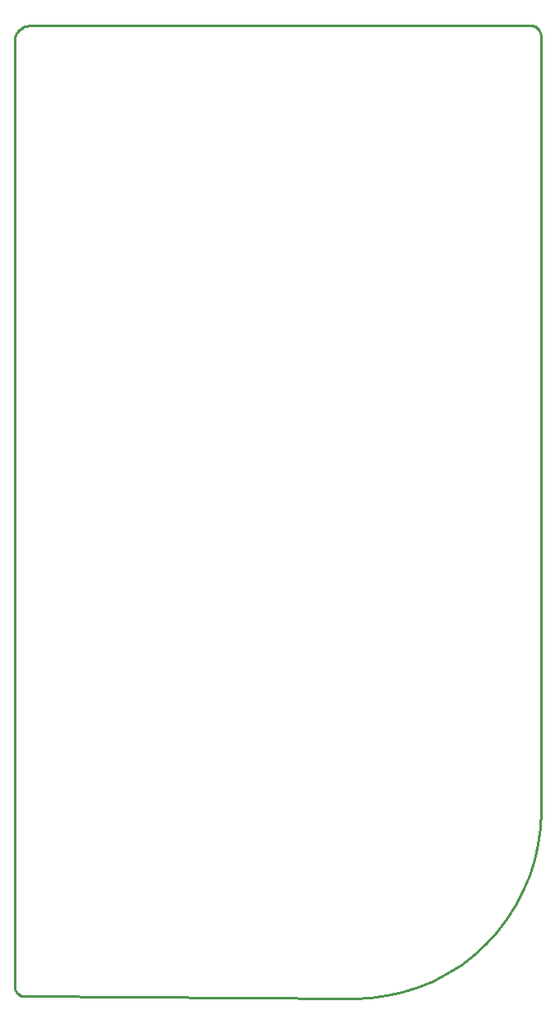
<source format=gbr>
G04 EAGLE Gerber RS-274X export*
G75*
%MOMM*%
%FSLAX34Y34*%
%LPD*%
%IN*%
%IPPOS*%
%AMOC8*
5,1,8,0,0,1.08239X$1,22.5*%
G01*
G04 Define Apertures*
%ADD10C,0.254000*%
D10*
X0Y10840D02*
X41Y9895D01*
X165Y8958D01*
X369Y8034D01*
X654Y7133D01*
X1016Y6259D01*
X1452Y5420D01*
X1960Y4622D01*
X2536Y3872D01*
X3175Y3175D01*
X3872Y2536D01*
X4623Y1960D01*
X5420Y1452D01*
X6259Y1016D01*
X7133Y654D01*
X8035Y369D01*
X8958Y165D01*
X9895Y41D01*
X10840Y0D01*
X348816Y-2067D01*
X349994Y-2070D01*
X366792Y-1337D01*
X383461Y858D01*
X399876Y4497D01*
X415912Y9553D01*
X431446Y15987D01*
X446359Y23750D01*
X460540Y32784D01*
X473879Y43020D01*
X486275Y54379D01*
X497634Y66775D01*
X507870Y80114D01*
X516904Y94295D01*
X524668Y109209D01*
X531102Y124742D01*
X536158Y140778D01*
X539797Y157193D01*
X541992Y173863D01*
X542725Y190660D01*
X542725Y989715D01*
X542686Y990611D01*
X542569Y991501D01*
X542375Y992377D01*
X542105Y993233D01*
X541761Y994062D01*
X541347Y994858D01*
X540865Y995614D01*
X540319Y996326D01*
X539713Y996988D01*
X539051Y997594D01*
X538339Y998140D01*
X537583Y998622D01*
X536787Y999036D01*
X535958Y999380D01*
X535102Y999650D01*
X534226Y999844D01*
X533336Y999961D01*
X532440Y1000000D01*
X15687Y1000000D01*
X14320Y999940D01*
X12963Y999762D01*
X11627Y999465D01*
X10322Y999054D01*
X9057Y998530D01*
X7844Y997898D01*
X6689Y997163D01*
X5604Y996330D01*
X4595Y995405D01*
X3670Y994396D01*
X2837Y993311D01*
X2102Y992156D01*
X1470Y990943D01*
X946Y989678D01*
X535Y988373D01*
X238Y987037D01*
X60Y985680D01*
X0Y984313D01*
X0Y10840D01*
M02*

</source>
